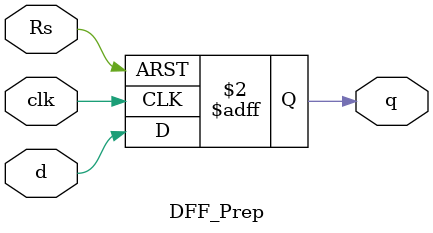
<source format=v>
`timescale 1ns / 1ps


module DFF_Prep(q , d, clk, Rs );
input d,  clk, Rs;
output q;
reg q;

always @(posedge Rs or negedge clk)
if(Rs)
    q<= 1'b0;
    else
    q<=d;
endmodule

</source>
